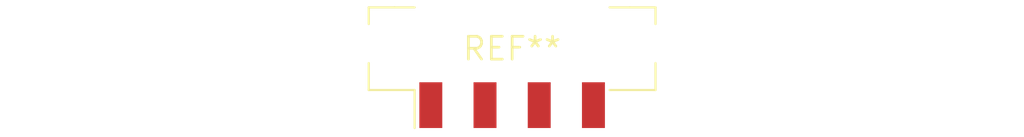
<source format=kicad_pcb>
(kicad_pcb (version 20240108) (generator pcbnew)
  (layers (0 "F.Cu" signal) (31 "B.Cu" signal) (34 "B.Paste" user) (35 "F.Paste" user) (36 "B.SilkS" user "B.Silkscreen") (37 "F.SilkS" user "F.Silkscreen") (38 "B.Mask" user) (39 "F.Mask" user) (44 "Edge.Cuts" user))
  (net 0 "")
  (footprint "Molex_Micro-Fit_3.0_43650-0421_1x04_P3.00mm_Vertical" (layer "F.Cu") (at 0 0)
    (property "Reference" "REF**")
    (property "Value" "Molex_Micro-Fit_3.0_43650-0421_1x04_P3.00mm_Vertical")
    (fp_line (start -7.935 -2.295) (end -6.515 -2.295) (layer "F.SilkS") (stroke (width 0.12)))
    (fp_line (start -7.935 -1.37) (end -7.935 -2.295) (layer "F.SilkS") (stroke (width 0.12)))
    (fp_line (start -7.935 0.8) (end -7.935 2.295) (layer "F.SilkS") (stroke (width 0.12)))
    (fp_line (start -7.935 2.295) (end -5.395 2.295) (layer "F.SilkS") (stroke (width 0.12)))
    (fp_line (start -6.515 -2.295) (end -6.515 -2.295) (layer "F.SilkS") (stroke (width 0.12)))
    (fp_line (start -6.515 -2.295) (end -5.395 -2.295) (layer "F.SilkS") (stroke (width 0.12)))
    (fp_line (start -5.395 2.295) (end -5.395 4.405) (layer "F.SilkS") (stroke (width 0.12)))
    (fp_line (start 6.515 -2.295) (end 5.395 -2.295) (layer "F.SilkS") (stroke (width 0.12)))
    (fp_line (start 6.515 -2.295) (end 6.515 -2.295) (layer "F.SilkS") (stroke (width 0.12)))
    (fp_line (start 7.935 -2.295) (end 6.515 -2.295) (layer "F.SilkS") (stroke (width 0.12)))
    (fp_line (start 7.935 -1.37) (end 7.935 -2.295) (layer "F.SilkS") (stroke (width 0.12)))
    (fp_line (start 7.935 0.8) (end 7.935 2.295) (layer "F.SilkS") (stroke (width 0.12)))
    (fp_line (start 7.935 2.295) (end 5.395 2.295) (layer "F.SilkS") (stroke (width 0.12)))
    (pad "" np_thru_hole circle (at -6.65 -0.285) (size 2.41 2.41) (drill 2.41) (layers *.Cu *.Mask))
    (pad "" np_thru_hole circle (at 6.65 -0.285) (size 2.41 2.41) (drill 2.41) (layers *.Cu *.Mask))
    (pad "1" smd rect (at -4.5 3.135) (size 1.27 2.54) (layers "F.Cu" "F.Paste" "F.Mask"))
    (pad "2" smd rect (at -1.5 3.135) (size 1.27 2.54) (layers "F.Cu" "F.Paste" "F.Mask"))
    (pad "3" smd rect (at 1.5 3.135) (size 1.27 2.54) (layers "F.Cu" "F.Paste" "F.Mask"))
    (pad "4" smd rect (at 4.5 3.135) (size 1.27 2.54) (layers "F.Cu" "F.Paste" "F.Mask"))
  )
)
</source>
